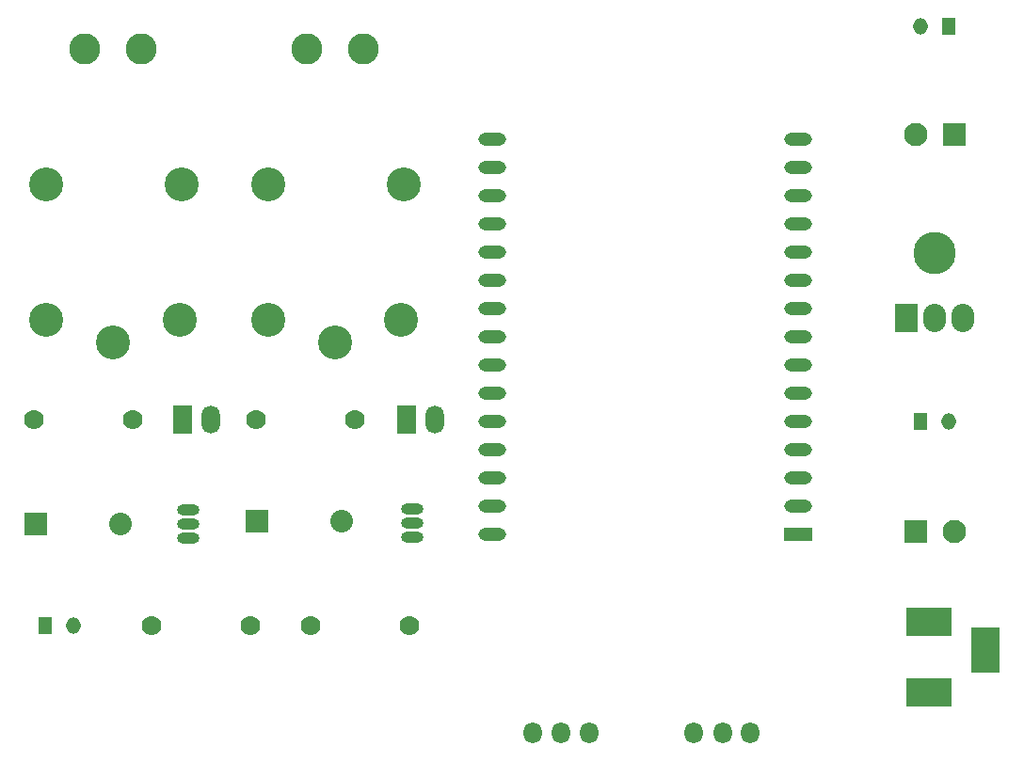
<source format=gtl>
G04*
G04 #@! TF.GenerationSoftware,Altium Limited,Altium Designer,23.7.1 (13)*
G04*
G04 Layer_Physical_Order=1*
G04 Layer_Color=255*
%FSLAX44Y44*%
%MOMM*%
G71*
G04*
G04 #@! TF.SameCoordinates,3D622054-8652-465B-9F06-75010AC0AF96*
G04*
G04*
G04 #@! TF.FilePolarity,Positive*
G04*
G01*
G75*
%ADD39O,2.5000X1.2000*%
%ADD40C,1.7780*%
%ADD41C,3.0480*%
%ADD42C,2.7940*%
%ADD43R,2.0320X2.0320*%
%ADD44C,2.0320*%
%ADD45R,1.6510X2.5400*%
%ADD46O,1.6510X2.5400*%
%ADD47O,2.0000X1.0000*%
%ADD48O,2.0000X1.0000*%
%ADD49R,2.1000X2.1000*%
%ADD50C,2.1000*%
%ADD51R,4.0640X2.5400*%
%ADD52R,2.5400X4.0640*%
%ADD53R,1.3000X1.5000*%
%ADD54O,1.3000X1.5000*%
%ADD55C,3.8100*%
%ADD56O,2.0320X2.5400*%
%ADD57R,2.0320X2.5400*%
%ADD58O,1.6510X1.9050*%
%ADD59R,2.5000X1.2000*%
D39*
X967060Y896620D02*
D03*
Y871220D02*
D03*
Y693420D02*
D03*
Y845820D02*
D03*
Y820420D02*
D03*
Y795020D02*
D03*
Y769620D02*
D03*
Y744220D02*
D03*
Y718820D02*
D03*
Y668020D02*
D03*
Y642620D02*
D03*
Y617220D02*
D03*
Y591820D02*
D03*
Y566420D02*
D03*
Y541020D02*
D03*
X1242060Y896620D02*
D03*
Y871220D02*
D03*
Y845820D02*
D03*
Y820420D02*
D03*
Y795020D02*
D03*
Y769620D02*
D03*
Y744220D02*
D03*
Y718820D02*
D03*
Y693420D02*
D03*
Y668020D02*
D03*
Y642620D02*
D03*
Y617220D02*
D03*
Y591820D02*
D03*
Y566420D02*
D03*
D40*
X660400Y458470D02*
D03*
X749300D02*
D03*
X803910D02*
D03*
X892810D02*
D03*
X643890Y643890D02*
D03*
X554990D02*
D03*
X754380D02*
D03*
X843280D02*
D03*
D41*
X885190Y734060D02*
D03*
X765190D02*
D03*
X887110Y856060D02*
D03*
X765190D02*
D03*
X825190Y714060D02*
D03*
X625800Y714060D02*
D03*
X565800Y856060D02*
D03*
X687720D02*
D03*
X565800Y734060D02*
D03*
X685800D02*
D03*
D42*
X850900Y977900D02*
D03*
X800100D02*
D03*
X600710D02*
D03*
X651510D02*
D03*
D43*
X556260Y549910D02*
D03*
X755650Y552450D02*
D03*
D44*
X632460Y549910D02*
D03*
X831850Y552450D02*
D03*
D45*
X688340Y643890D02*
D03*
X890270D02*
D03*
D46*
X713740D02*
D03*
X915670D02*
D03*
D47*
X693420Y537210D02*
D03*
X895350Y538480D02*
D03*
D48*
X693420Y549910D02*
D03*
Y562610D02*
D03*
X895350Y563880D02*
D03*
Y551180D02*
D03*
D49*
X1347750Y543560D02*
D03*
X1383030Y900430D02*
D03*
D50*
X1382750Y543560D02*
D03*
X1348030Y900430D02*
D03*
D51*
X1360170Y462280D02*
D03*
Y398780D02*
D03*
D52*
X1410970Y436880D02*
D03*
D53*
X1352550Y642620D02*
D03*
X1377950Y998220D02*
D03*
X565150Y458470D02*
D03*
D54*
X1377950Y642620D02*
D03*
X1352550Y998220D02*
D03*
X590550Y458470D02*
D03*
D55*
X1365250Y793750D02*
D03*
D56*
X1390650Y735330D02*
D03*
X1365250D02*
D03*
D57*
X1339850D02*
D03*
D58*
X1148334Y361950D02*
D03*
X1173988D02*
D03*
X1198880D02*
D03*
X1003300D02*
D03*
X1028954D02*
D03*
X1053846D02*
D03*
D59*
X1242060Y541020D02*
D03*
M02*

</source>
